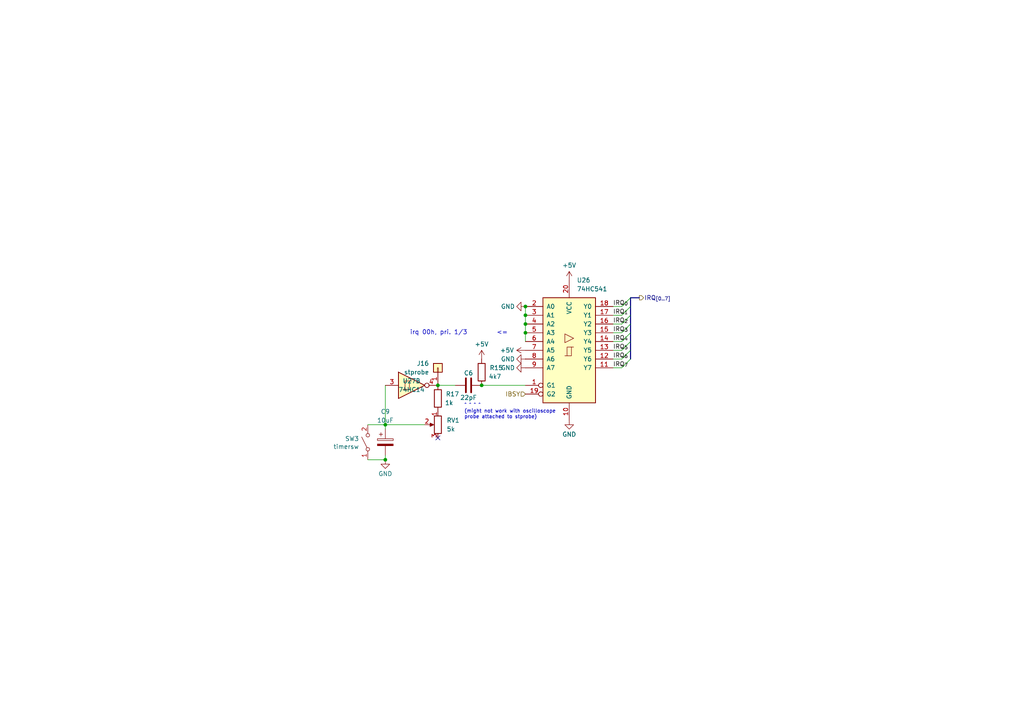
<source format=kicad_sch>
(kicad_sch (version 20250114) (generator "eeschema") (generator_version "9.0")
  (paper "A4")
  (lib_symbols
    (symbol "74xx:74HC14" (pin_names (offset 1.016))
      (property "Reference" "U" (at 0 1.27 0))
      (property "Value" "74HC14" (at 0 -1.27 0))
      (symbol "74HC14_1_0"
        (polyline (pts (xy -3.81 3.81) (xy -3.81 -3.81) (xy 3.81 0) (xy -3.81 3.81)) (stroke (width 0.254)) (fill (type background)))
        (pin input line (at -7.62 0 0) (length 3.81) (name "~") (number "1"))
        (pin output inverted (at 7.62 0 180) (length 3.81) (name "~") (number "2"))
      )
      (symbol "74HC14_1_1"
        (polyline (pts (xy -2.54 -1.27) (xy -0.635 -1.27) (xy -0.635 1.27) (xy 0 1.27)))
        (polyline (pts (xy -1.905 -1.27) (xy -1.905 1.27) (xy -0.635 1.27)))
      )
      (symbol "74HC14_2_0"
        (polyline (pts (xy -3.81 3.81) (xy -3.81 -3.81) (xy 3.81 0) (xy -3.81 3.81)) (stroke (width 0.254)) (fill (type background)))
        (pin input line (at -7.62 0 0) (length 3.81) (name "~") (number "3"))
        (pin output inverted (at 7.62 0 180) (length 3.81) (name "~") (number "4"))
      )
      (symbol "74HC14_2_1"
        (polyline (pts (xy -2.54 -1.27) (xy -0.635 -1.27) (xy -0.635 1.27) (xy 0 1.27)))
        (polyline (pts (xy -1.905 -1.27) (xy -1.905 1.27) (xy -0.635 1.27)))
      )
      (symbol "74HC14_3_0"
        (polyline (pts (xy -3.81 3.81) (xy -3.81 -3.81) (xy 3.81 0) (xy -3.81 3.81)) (stroke (width 0.254)) (fill (type background)))
        (pin input line (at -7.62 0 0) (length 3.81) (name "~") (number "5"))
        (pin output inverted (at 7.62 0 180) (length 3.81) (name "~") (number "6"))
      )
      (symbol "74HC14_3_1"
        (polyline (pts (xy -2.54 -1.27) (xy -0.635 -1.27) (xy -0.635 1.27) (xy 0 1.27)))
        (polyline (pts (xy -1.905 -1.27) (xy -1.905 1.27) (xy -0.635 1.27)))
      )
      (symbol "74HC14_4_0"
        (polyline (pts (xy -3.81 3.81) (xy -3.81 -3.81) (xy 3.81 0) (xy -3.81 3.81)) (stroke (width 0.254)) (fill (type background)))
        (pin input line (at -7.62 0 0) (length 3.81) (name "~") (number "9"))
        (pin output inverted (at 7.62 0 180) (length 3.81) (name "~") (number "8"))
      )
      (symbol "74HC14_4_1"
        (polyline (pts (xy -2.54 -1.27) (xy -0.635 -1.27) (xy -0.635 1.27) (xy 0 1.27)))
        (polyline (pts (xy -1.905 -1.27) (xy -1.905 1.27) (xy -0.635 1.27)))
      )
      (symbol "74HC14_5_0"
        (polyline (pts (xy -3.81 3.81) (xy -3.81 -3.81) (xy 3.81 0) (xy -3.81 3.81)) (stroke (width 0.254)) (fill (type background)))
        (pin input line (at -7.62 0 0) (length 3.81) (name "~") (number "11"))
        (pin output inverted (at 7.62 0 180) (length 3.81) (name "~") (number "10"))
      )
      (symbol "74HC14_5_1"
        (polyline (pts (xy -2.54 -1.27) (xy -0.635 -1.27) (xy -0.635 1.27) (xy 0 1.27)))
        (polyline (pts (xy -1.905 -1.27) (xy -1.905 1.27) (xy -0.635 1.27)))
      )
      (symbol "74HC14_6_0"
        (polyline (pts (xy -3.81 3.81) (xy -3.81 -3.81) (xy 3.81 0) (xy -3.81 3.81)) (stroke (width 0.254)) (fill (type background)))
        (pin input line (at -7.62 0 0) (length 3.81) (name "~") (number "13"))
        (pin output inverted (at 7.62 0 180) (length 3.81) (name "~") (number "12"))
      )
      (symbol "74HC14_6_1"
        (polyline (pts (xy -2.54 -1.27) (xy -0.635 -1.27) (xy -0.635 1.27) (xy 0 1.27)))
        (polyline (pts (xy -1.905 -1.27) (xy -1.905 1.27) (xy -0.635 1.27)))
      )
      (symbol "74HC14_7_0"
        (pin power_in line (at 0 12.7 270) (length 5.08) (name "VCC") (number "14"))
        (pin power_in line (at 0 -12.7 90) (length 5.08) (name "GND") (number "7"))
      )
      (symbol "74HC14_7_1"
        (rectangle (start -5.08 7.62) (end 5.08 -7.62) (stroke (width 0.254)) (fill (type background)))
      )
    )
    (symbol "74xx:74LS541" (pin_names (offset 1.016))
      (property "Reference" "U" (at -7.62 16.51 0))
      (property "Value" "74LS541" (at -7.62 -16.51 0))
      (symbol "74LS541_1_0"
        (polyline (pts (xy -1.27 -1.6002) (xy 0.635 -1.6002) (xy 0.635 0.9398) (xy 1.27 0.9398)))
        (polyline (pts (xy -0.635 -1.6002) (xy -0.635 0.9398) (xy 0.635 0.9398)))
        (polyline (pts (xy 1.27 3.4798) (xy -1.27 4.7498) (xy -1.27 2.2098) (xy 1.27 3.4798)) (stroke (width 0.1524)))
        (pin input line (at -12.7 12.7 0) (length 5.08) (name "A0") (number "2"))
        (pin input line (at -12.7 10.16 0) (length 5.08) (name "A1") (number "3"))
        (pin input line (at -12.7 7.62 0) (length 5.08) (name "A2") (number "4"))
        (pin input line (at -12.7 5.08 0) (length 5.08) (name "A3") (number "5"))
        (pin input line (at -12.7 2.54 0) (length 5.08) (name "A4") (number "6"))
        (pin input line (at -12.7 0 0) (length 5.08) (name "A5") (number "7"))
        (pin input line (at -12.7 -2.54 0) (length 5.08) (name "A6") (number "8"))
        (pin input line (at -12.7 -5.08 0) (length 5.08) (name "A7") (number "9"))
        (pin input inverted (at -12.7 -10.16 0) (length 5.08) (name "G1") (number "1"))
        (pin input inverted (at -12.7 -12.7 0) (length 5.08) (name "G2") (number "19"))
        (pin power_in line (at 0 20.32 270) (length 5.08) (name "VCC") (number "20"))
        (pin power_in line (at 0 -20.32 90) (length 5.08) (name "GND") (number "10"))
        (pin tri_state line (at 12.7 12.7 180) (length 5.08) (name "Y0") (number "18"))
        (pin tri_state line (at 12.7 10.16 180) (length 5.08) (name "Y1") (number "17"))
        (pin tri_state line (at 12.7 7.62 180) (length 5.08) (name "Y2") (number "16"))
        (pin tri_state line (at 12.7 5.08 180) (length 5.08) (name "Y3") (number "15"))
        (pin tri_state line (at 12.7 2.54 180) (length 5.08) (name "Y4") (number "14"))
        (pin tri_state line (at 12.7 0 180) (length 5.08) (name "Y5") (number "13"))
        (pin tri_state line (at 12.7 -2.54 180) (length 5.08) (name "Y6") (number "12"))
        (pin tri_state line (at 12.7 -5.08 180) (length 5.08) (name "Y7") (number "11"))
      )
      (symbol "74LS541_1_1"
        (rectangle (start -7.62 15.24) (end 7.62 -15.24) (stroke (width 0.254)) (fill (type background)))
      )
    )
    (symbol "Connector_Generic:Conn_01x01" (pin_names (offset 1.016) (hide yes))
      (property "Reference" "J" (at 0 2.54 0))
      (property "Value" "Conn_01x01" (at 0 -2.54 0))
      (symbol "Conn_01x01_1_1"
        (rectangle (start -1.27 1.27) (end 1.27 -1.27) (stroke (width 0.254)) (fill (type background)))
        (rectangle (start -1.27 0.127) (end 0 -0.127) (stroke (width 0.1524)))
        (pin passive line (at -5.08 0 0) (length 3.81) (name "Pin_1") (number "1"))
      )
    )
    (symbol "Device:C" (pin_numbers (hide yes)) (pin_names (offset 0.254))
      (property "Reference" "C" (at 0.635 2.54 0))
      (property "Value" "C" (at 0.635 -2.54 0))
      (symbol "C_0_1"
        (polyline (pts (xy -2.032 0.762) (xy 2.032 0.762)) (stroke (width 0.508)))
        (polyline (pts (xy -2.032 -0.762) (xy 2.032 -0.762)) (stroke (width 0.508)))
      )
      (symbol "C_1_1"
        (pin passive line (at 0 3.81 270) (length 2.794) (name "~") (number "1"))
        (pin passive line (at 0 -3.81 90) (length 2.794) (name "~") (number "2"))
      )
    )
    (symbol "Device:C_Polarized" (pin_numbers (hide yes)) (pin_names (offset 0.254))
      (property "Reference" "C" (at 0.635 2.54 0))
      (property "Value" "C_Polarized" (at 0.635 -2.54 0))
      (symbol "C_Polarized_0_1"
        (rectangle (start -2.286 0.508) (end 2.286 1.016))
        (polyline (pts (xy -1.778 2.286) (xy -0.762 2.286)))
        (polyline (pts (xy -1.27 2.794) (xy -1.27 1.778)))
        (rectangle (start 2.286 -0.508) (end -2.286 -1.016) (fill (type outline)))
      )
      (symbol "C_Polarized_1_1"
        (pin passive line (at 0 3.81 270) (length 2.794) (name "~") (number "1"))
        (pin passive line (at 0 -3.81 90) (length 2.794) (name "~") (number "2"))
      )
    )
    (symbol "Device:R" (pin_numbers (hide yes)) (pin_names (offset 0))
      (property "Reference" "R" (at 2.032 0 90))
      (property "Value" "R" (at 0 0 90))
      (symbol "R_0_1"
        (rectangle (start -1.016 -2.54) (end 1.016 2.54) (stroke (width 0.254)))
      )
      (symbol "R_1_1"
        (pin passive line (at 0 3.81 270) (length 1.27) (name "~") (number "1"))
        (pin passive line (at 0 -3.81 90) (length 1.27) (name "~") (number "2"))
      )
    )
    (symbol "Device:R_Potentiometer" (pin_names (offset 1.016) (hide yes))
      (property "Reference" "RV" (at -4.445 0 90))
      (property "Value" "R_Potentiometer" (at -2.54 0 90))
      (symbol "R_Potentiometer_0_1"
        (rectangle (start 1.016 2.54) (end -1.016 -2.54) (stroke (width 0.254)))
        (polyline (pts (xy 1.143 0) (xy 2.286 0.508) (xy 2.286 -0.508) (xy 1.143 0)) (fill (type outline)))
        (polyline (pts (xy 2.54 0) (xy 1.524 0)))
      )
      (symbol "R_Potentiometer_1_1"
        (pin passive line (at 0 3.81 270) (length 1.27) (name "1") (number "1"))
        (pin passive line (at 0 -3.81 90) (length 1.27) (name "3") (number "3"))
        (pin passive line (at 3.81 0 180) (length 1.27) (name "2") (number "2"))
      )
    )
    (symbol "Switch:SW_SPST" (pin_names (offset 0) (hide yes))
      (property "Reference" "SW" (at 0 3.175 0))
      (property "Value" "SW_SPST" (at 0 -2.54 0))
      (symbol "SW_SPST_0_0"
        (circle (center -2.032 0) (radius 0.508))
        (polyline (pts (xy -1.524 0.254) (xy 1.524 1.778)))
        (circle (center 2.032 0) (radius 0.508))
      )
      (symbol "SW_SPST_1_1"
        (pin passive line (at -5.08 0 0) (length 2.54) (name "A") (number "1"))
        (pin passive line (at 5.08 0 180) (length 2.54) (name "B") (number "2"))
      )
    )
    (symbol "power:+9V" (power) (pin_numbers (hide yes)) (pin_names (offset 0) (hide yes))
      (property "Value" "+9V" (at 0 3.556 0))
      (symbol "+9V_0_1"
        (polyline (pts (xy -0.762 1.27) (xy 0 2.54)))
        (polyline (pts (xy 0 2.54) (xy 0.762 1.27)))
        (polyline (pts (xy 0 0) (xy 0 2.54)))
      )
      (symbol "+9V_1_1"
        (pin power_in line (at 0 0 90) (length 0) (name "~") (number "1"))
      )
    )
    (symbol "power:GND" (power) (pin_numbers (hide yes)) (pin_names (offset 0) (hide yes))
      (property "Value" "GND" (at 0 -3.81 0))
      (symbol "GND_0_1"
        (polyline (pts (xy 0 0) (xy 0 -1.27) (xy 1.27 -1.27) (xy 0 -2.54) (xy -1.27 -1.27) (xy 0 -1.27)))
      )
      (symbol "GND_1_1"
        (pin power_in line (at 0 0 270) (length 0) (name "~") (number "1"))
      )
    )
  )
  (text "irq 00h, pri. 1/3	<=" (at 147.32 96.52 0) (effects (font (size 1.27 1.27)) (justify right)))
  (text "^ ^ ^ ^\n(might not work with oscilloscope\nprobe attached to stprobe)" (at 134.62 119.38 0) (effects (font (size 1.016 1.016)) (justify left)))
  (junction (at 152.4 88.9))
  (junction (at 111.76 133.35))
  (junction (at 139.7 111.76))
  (junction (at 111.76 123.19))
  (junction (at 152.4 93.98))
  (junction (at 152.4 91.44))
  (junction (at 127 111.76))
  (junction (at 152.4 96.52))
  (no_connect (at 127 127))
  (bus_entry (at 180.34 99.06) (size 2.54 -2.54))
  (bus_entry (at 180.34 104.14) (size 2.54 -2.54))
  (bus_entry (at 180.34 106.68) (size 2.54 -2.54))
  (bus_entry (at 180.34 101.6) (size 2.54 -2.54))
  (bus_entry (at 180.34 88.9) (size 2.54 -2.54))
  (bus_entry (at 180.34 91.44) (size 2.54 -2.54))
  (bus_entry (at 180.34 96.52) (size 2.54 -2.54))
  (bus_entry (at 180.34 93.98) (size 2.54 -2.54))
  (wire (pts (xy 152.4 88.9) (xy 152.4 91.44)))
  (wire (pts (xy 177.8 88.9) (xy 180.34 88.9)))
  (wire (pts (xy 177.8 91.44) (xy 180.34 91.44)))
  (wire (pts (xy 177.8 101.6) (xy 180.34 101.6)))
  (wire (pts (xy 177.8 106.68) (xy 180.34 106.68)))
  (wire (pts (xy 111.76 132.08) (xy 111.76 133.35)))
  (bus (pts (xy 182.88 91.44) (xy 182.88 88.9)))
  (wire (pts (xy 106.68 123.19) (xy 111.76 123.19)))
  (bus (pts (xy 182.88 86.36) (xy 185.42 86.36)))
  (wire (pts (xy 127 111.76) (xy 132.08 111.76)))
  (bus (pts (xy 182.88 99.06) (xy 182.88 96.52)))
  (bus (pts (xy 182.88 96.52) (xy 182.88 93.98)))
  (bus (pts (xy 182.88 101.6) (xy 182.88 104.14)))
  (wire (pts (xy 152.4 96.52) (xy 152.4 99.06)))
  (wire (pts (xy 111.76 124.46) (xy 111.76 123.19)))
  (wire (pts (xy 152.4 91.44) (xy 152.4 93.98)))
  (bus (pts (xy 182.88 88.9) (xy 182.88 86.36)))
  (wire (pts (xy 139.7 111.76) (xy 152.4 111.76)))
  (bus (pts (xy 182.88 93.98) (xy 182.88 91.44)))
  (wire (pts (xy 123.19 123.19) (xy 111.76 123.19)))
  (wire (pts (xy 106.68 133.35) (xy 111.76 133.35)))
  (wire (pts (xy 177.8 99.06) (xy 180.34 99.06)))
  (wire (pts (xy 177.8 93.98) (xy 180.34 93.98)))
  (wire (pts (xy 152.4 93.98) (xy 152.4 96.52)))
  (wire (pts (xy 177.8 96.52) (xy 180.34 96.52)))
  (wire (pts (xy 111.76 123.19) (xy 111.76 111.76)))
  (wire (pts (xy 177.8 104.14) (xy 180.34 104.14)))
  (bus (pts (xy 182.88 101.6) (xy 182.88 99.06)))
  (label "IRQ_{5}" (at 177.8 101.6 0))
  (label "IRQ_{7}" (at 177.8 106.68 0))
  (label "IRQ_{4}" (at 177.8 99.06 0))
  (label "IRQ_{0}" (at 177.8 88.9 0))
  (label "IRQ_{6}" (at 177.8 104.14 0))
  (label "IRQ_{1}" (at 177.8 91.44 0))
  (label "IRQ_{2}" (at 177.8 93.98 0))
  (label "IRQ_{3}" (at 177.8 96.52 0))
  (hierarchical_label "IBSY" (shape input) (at 152.4 114.3 180))
  (hierarchical_label "IRQ_{[0..7]}" (shape output) (at 185.42 86.36 0))
  (symbol (lib_id "74xx:74LS541") (at 165.1 101.6 0) (unit 1)
    (property "Reference" "U26" (at 167.2941 81.28 0) (effects (justify left)))
    (property "Value" "74HC541" (at 167.2941 83.82 0) (effects (justify left)))
    (property "Footprint" "Package_DIP:DIP-20_W7.62mm" (effects (hide yes)))
  )
  (symbol (lib_id "power:+9V") (at 152.4 101.6 90) (mirror x) (unit 1)
    (property "Reference" "#PWR0216" (effects (hide yes)))
    (property "Value" "+5V" (at 149.098 101.6 90) (effects (justify left)))
    (property "Description" "Power symbol creates a global label with name \"+9V\"" (effects (hide yes)))
  )
  (symbol (lib_id "power:GND") (at 152.4 104.14 270) (unit 1)
    (property "Reference" "#PWR091" (effects (hide yes)))
    (property "Value" "GND" (at 149.352 104.14 90) (effects (justify right)))
    (property "Description" "Power symbol creates a global label with name \"GND\" , ground" (effects (hide yes)))
  )
  (symbol (lib_id "power:GND") (at 165.1 121.92 0) (mirror y) (unit 1)
    (property "Reference" "#PWR0115" (effects (hide yes)))
    (property "Value" "GND" (at 165.1 125.984 0))
    (property "Description" "Power symbol creates a global label with name \"GND\" , ground" (effects (hide yes)))
  )
  (symbol (lib_id "power:GND") (at 152.4 106.68 270) (unit 1)
    (property "Reference" "#PWR0218" (effects (hide yes)))
    (property "Value" "GND" (at 149.352 106.68 90) (effects (justify right)))
    (property "Description" "Power symbol creates a global label with name \"GND\" , ground" (effects (hide yes)))
  )
  (symbol (lib_id "power:GND") (at 152.4 88.9 270) (unit 1)
    (property "Reference" "#PWR0217" (effects (hide yes)))
    (property "Value" "GND" (at 149.352 88.9 90) (effects (justify right)))
    (property "Description" "Power symbol creates a global label with name \"GND\" , ground" (effects (hide yes)))
  )
  (symbol (lib_id "Device:R_Potentiometer") (at 127 123.19 0) (mirror y) (unit 1)
    (property "Reference" "RV1" (at 129.54 121.9199 0) (effects (justify right)))
    (property "Value" "5k" (at 129.54 124.4599 0) (effects (justify right)))
    (property "Footprint" "Potentiometer_THT:Potentiometer_Bourns_3386P_Vertical" (effects (hide yes)))
  )
  (symbol (lib_id "Device:R") (at 139.7 107.95 0) (unit 1)
    (property "Reference" "R15" (at 141.986 106.68 0) (effects (justify left)))
    (property "Value" "4k7" (at 141.732 109.22 0) (effects (justify left)))
    (property "Footprint" "Resistor_THT:R_Axial_DIN0207_L6.3mm_D2.5mm_P2.54mm_Vertical" (effects (hide yes)))
  )
  (symbol (lib_id "Switch:SW_SPST") (at 106.68 128.27 90) (unit 1)
    (property "Reference" "SW3" (at 104.14 127.2541 90) (effects (justify left)))
    (property "Value" "timersw" (at 104.14 129.54 90) (effects (justify left)))
    (property "Footprint" "Button_Switch_THT:SW_DIP_SPSTx01_Slide_9.78x4.72mm_W7.62mm_P2.54mm" (effects (hide yes)))
  )
  (symbol (lib_id "Device:C") (at 135.89 111.76 90) (unit 1)
    (property "Reference" "C6" (at 135.89 108.204 90))
    (property "Value" "22pF" (at 135.89 115.316 90))
    (property "Footprint" "Capacitor_THT:C_Disc_D3.0mm_W1.6mm_P2.54mm" (effects (hide yes)))
  )
  (symbol (lib_id "Device:C_Polarized") (at 111.76 128.27 0) (unit 1)
    (property "Reference" "C9" (at 111.76 119.38 0))
    (property "Value" "10uF" (at 111.76 121.92 0))
    (property "Footprint" "Capacitor_THT:CP_Radial_D5.0mm_P2.00mm" (effects (hide yes)))
  )
  (symbol (lib_id "power:GND") (at 111.76 133.35 0) (mirror y) (unit 1)
    (property "Reference" "#PWR0113" (effects (hide yes)))
    (property "Value" "GND" (at 111.76 137.414 0))
    (property "Description" "Power symbol creates a global label with name \"GND\" , ground" (effects (hide yes)))
  )
  (symbol (lib_id "74xx:74HC14") (at 119.38 111.76 0) (unit 2)
    (property "Reference" "U27" (at 119.38 110.49 0))
    (property "Value" "74HC14" (at 119.38 113.03 0))
    (property "Footprint" "Package_DIP:DIP-14_W7.62mm" (effects (hide yes)))
  )
  (symbol (lib_id "Device:R") (at 127 115.57 0) (unit 1)
    (property "Reference" "R17" (at 129.286 114.3 0) (effects (justify left)))
    (property "Value" "1k" (at 129.032 116.84 0) (effects (justify left)))
    (property "Footprint" "Resistor_THT:R_Axial_DIN0207_L6.3mm_D2.5mm_P2.54mm_Vertical" (effects (hide yes)))
  )
  (symbol (lib_id "Connector_Generic:Conn_01x01") (at 127 106.68 90) (unit 1)
    (property "Reference" "J16" (at 124.46 105.4099 90) (effects (justify left)))
    (property "Value" "stprobe" (at 124.46 107.9499 90) (effects (justify left)))
    (property "Footprint" "Connector_PinHeader_2.54mm:PinHeader_1x01_P2.54mm_Vertical" (effects (hide yes)))
  )
  (symbol (lib_id "power:+9V") (at 139.7 104.14 0) (unit 1)
    (property "Reference" "#PWR092" (effects (hide yes)))
    (property "Value" "+5V" (at 139.7 99.822 0))
    (property "Description" "Power symbol creates a global label with name \"+9V\"" (effects (hide yes)))
  )
  (symbol (lib_id "power:+9V") (at 165.1 81.28 0) (unit 1)
    (property "Reference" "#PWR0114" (effects (hide yes)))
    (property "Value" "+5V" (at 165.1 76.962 0))
    (property "Description" "Power symbol creates a global label with name \"+9V\"" (effects (hide yes)))
  )
)
</source>
